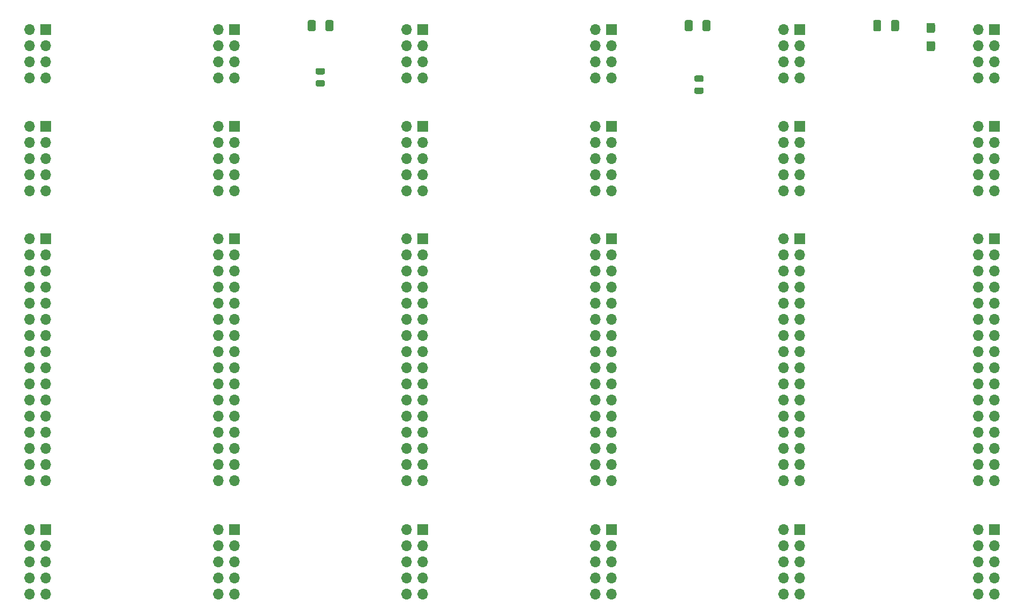
<source format=gbr>
%TF.GenerationSoftware,KiCad,Pcbnew,(5.1.12)-1*%
%TF.CreationDate,2022-02-09T20:28:49-06:00*%
%TF.ProjectId,gd blackplane proto pcb,67642062-6c61-4636-9b70-6c616e652070,rev?*%
%TF.SameCoordinates,Original*%
%TF.FileFunction,Soldermask,Top*%
%TF.FilePolarity,Negative*%
%FSLAX46Y46*%
G04 Gerber Fmt 4.6, Leading zero omitted, Abs format (unit mm)*
G04 Created by KiCad (PCBNEW (5.1.12)-1) date 2022-02-09 20:28:49*
%MOMM*%
%LPD*%
G01*
G04 APERTURE LIST*
%ADD10O,1.700000X1.700000*%
%ADD11R,1.700000X1.700000*%
G04 APERTURE END LIST*
D10*
%TO.C,J16*%
X139190000Y-98425000D03*
X141730000Y-98425000D03*
X139190000Y-95885000D03*
X141730000Y-95885000D03*
X139190000Y-93345000D03*
X141730000Y-93345000D03*
X139190000Y-90805000D03*
X141730000Y-90805000D03*
X139190000Y-88265000D03*
X141730000Y-88265000D03*
X139190000Y-85725000D03*
X141730000Y-85725000D03*
X139190000Y-83185000D03*
X141730000Y-83185000D03*
X139190000Y-80645000D03*
X141730000Y-80645000D03*
X139190000Y-78105000D03*
X141730000Y-78105000D03*
X139190000Y-75565000D03*
X141730000Y-75565000D03*
X139190000Y-73025000D03*
X141730000Y-73025000D03*
X139190000Y-70485000D03*
X141730000Y-70485000D03*
X139190000Y-67945000D03*
X141730000Y-67945000D03*
X139190000Y-65405000D03*
X141730000Y-65405000D03*
X139190000Y-62865000D03*
X141730000Y-62865000D03*
X139190000Y-60325000D03*
D11*
X141730000Y-60325000D03*
%TD*%
D10*
%TO.C,J11*%
X139190000Y-52788000D03*
X141730000Y-52788000D03*
X139190000Y-50248000D03*
X141730000Y-50248000D03*
X139190000Y-47708000D03*
X141730000Y-47708000D03*
X139190000Y-45168000D03*
X141730000Y-45168000D03*
X139190000Y-42628000D03*
D11*
X141730000Y-42628000D03*
%TD*%
D10*
%TO.C,J9*%
X139190000Y-116251000D03*
X141730000Y-116251000D03*
X139190000Y-113711000D03*
X141730000Y-113711000D03*
X139190000Y-111171000D03*
X141730000Y-111171000D03*
X139190000Y-108631000D03*
X141730000Y-108631000D03*
X139190000Y-106091000D03*
D11*
X141730000Y-106091000D03*
%TD*%
D10*
%TO.C,J5*%
X139190000Y-35006000D03*
X141730000Y-35006000D03*
X139190000Y-32466000D03*
X141730000Y-32466000D03*
X139190000Y-29926000D03*
X141730000Y-29926000D03*
X139190000Y-27386000D03*
D11*
X141730000Y-27386000D03*
%TD*%
D10*
%TO.C,J25*%
X198540000Y-52788000D03*
X201080000Y-52788000D03*
X198540000Y-50248000D03*
X201080000Y-50248000D03*
X198540000Y-47708000D03*
X201080000Y-47708000D03*
X198540000Y-45168000D03*
X201080000Y-45168000D03*
X198540000Y-42628000D03*
D11*
X201080000Y-42628000D03*
%TD*%
D10*
%TO.C,J24*%
X258826000Y-98425000D03*
X261366000Y-98425000D03*
X258826000Y-95885000D03*
X261366000Y-95885000D03*
X258826000Y-93345000D03*
X261366000Y-93345000D03*
X258826000Y-90805000D03*
X261366000Y-90805000D03*
X258826000Y-88265000D03*
X261366000Y-88265000D03*
X258826000Y-85725000D03*
X261366000Y-85725000D03*
X258826000Y-83185000D03*
X261366000Y-83185000D03*
X258826000Y-80645000D03*
X261366000Y-80645000D03*
X258826000Y-78105000D03*
X261366000Y-78105000D03*
X258826000Y-75565000D03*
X261366000Y-75565000D03*
X258826000Y-73025000D03*
X261366000Y-73025000D03*
X258826000Y-70485000D03*
X261366000Y-70485000D03*
X258826000Y-67945000D03*
X261366000Y-67945000D03*
X258826000Y-65405000D03*
X261366000Y-65405000D03*
X258826000Y-62865000D03*
X261366000Y-62865000D03*
X258826000Y-60325000D03*
D11*
X261366000Y-60325000D03*
%TD*%
D10*
%TO.C,J23*%
X228215000Y-116251000D03*
X230755000Y-116251000D03*
X228215000Y-113711000D03*
X230755000Y-113711000D03*
X228215000Y-111171000D03*
X230755000Y-111171000D03*
X228215000Y-108631000D03*
X230755000Y-108631000D03*
X228215000Y-106091000D03*
D11*
X230755000Y-106091000D03*
%TD*%
D10*
%TO.C,J22*%
X258830000Y-34980600D03*
X261370000Y-34980600D03*
X258830000Y-32440600D03*
X261370000Y-32440600D03*
X258830000Y-29900600D03*
X261370000Y-29900600D03*
X258830000Y-27360600D03*
D11*
X261370000Y-27360600D03*
%TD*%
D10*
%TO.C,J20*%
X168865000Y-52788000D03*
X171405000Y-52788000D03*
X168865000Y-50248000D03*
X171405000Y-50248000D03*
X168865000Y-47708000D03*
X171405000Y-47708000D03*
X168865000Y-45168000D03*
X171405000Y-45168000D03*
X168865000Y-42628000D03*
D11*
X171405000Y-42628000D03*
%TD*%
D10*
%TO.C,J19*%
X168865000Y-98425000D03*
X171405000Y-98425000D03*
X168865000Y-95885000D03*
X171405000Y-95885000D03*
X168865000Y-93345000D03*
X171405000Y-93345000D03*
X168865000Y-90805000D03*
X171405000Y-90805000D03*
X168865000Y-88265000D03*
X171405000Y-88265000D03*
X168865000Y-85725000D03*
X171405000Y-85725000D03*
X168865000Y-83185000D03*
X171405000Y-83185000D03*
X168865000Y-80645000D03*
X171405000Y-80645000D03*
X168865000Y-78105000D03*
X171405000Y-78105000D03*
X168865000Y-75565000D03*
X171405000Y-75565000D03*
X168865000Y-73025000D03*
X171405000Y-73025000D03*
X168865000Y-70485000D03*
X171405000Y-70485000D03*
X168865000Y-67945000D03*
X171405000Y-67945000D03*
X168865000Y-65405000D03*
X171405000Y-65405000D03*
X168865000Y-62865000D03*
X171405000Y-62865000D03*
X168865000Y-60325000D03*
D11*
X171405000Y-60325000D03*
%TD*%
D10*
%TO.C,J18*%
X258830000Y-116251000D03*
X261370000Y-116251000D03*
X258830000Y-113711000D03*
X261370000Y-113711000D03*
X258830000Y-111171000D03*
X261370000Y-111171000D03*
X258830000Y-108631000D03*
X261370000Y-108631000D03*
X258830000Y-106091000D03*
D11*
X261370000Y-106091000D03*
%TD*%
D10*
%TO.C,J17*%
X168865000Y-35006000D03*
X171405000Y-35006000D03*
X168865000Y-32466000D03*
X171405000Y-32466000D03*
X168865000Y-29926000D03*
X171405000Y-29926000D03*
X168865000Y-27386000D03*
D11*
X171405000Y-27386000D03*
%TD*%
D10*
%TO.C,J15*%
X258830000Y-52788000D03*
X261370000Y-52788000D03*
X258830000Y-50248000D03*
X261370000Y-50248000D03*
X258830000Y-47708000D03*
X261370000Y-47708000D03*
X258830000Y-45168000D03*
X261370000Y-45168000D03*
X258830000Y-42628000D03*
D11*
X261370000Y-42628000D03*
%TD*%
D10*
%TO.C,J14*%
X198540000Y-98425000D03*
X201080000Y-98425000D03*
X198540000Y-95885000D03*
X201080000Y-95885000D03*
X198540000Y-93345000D03*
X201080000Y-93345000D03*
X198540000Y-90805000D03*
X201080000Y-90805000D03*
X198540000Y-88265000D03*
X201080000Y-88265000D03*
X198540000Y-85725000D03*
X201080000Y-85725000D03*
X198540000Y-83185000D03*
X201080000Y-83185000D03*
X198540000Y-80645000D03*
X201080000Y-80645000D03*
X198540000Y-78105000D03*
X201080000Y-78105000D03*
X198540000Y-75565000D03*
X201080000Y-75565000D03*
X198540000Y-73025000D03*
X201080000Y-73025000D03*
X198540000Y-70485000D03*
X201080000Y-70485000D03*
X198540000Y-67945000D03*
X201080000Y-67945000D03*
X198540000Y-65405000D03*
X201080000Y-65405000D03*
X198540000Y-62865000D03*
X201080000Y-62865000D03*
X198540000Y-60325000D03*
D11*
X201080000Y-60325000D03*
%TD*%
D10*
%TO.C,J13*%
X168865000Y-116251000D03*
X171405000Y-116251000D03*
X168865000Y-113711000D03*
X171405000Y-113711000D03*
X168865000Y-111171000D03*
X171405000Y-111171000D03*
X168865000Y-108631000D03*
X171405000Y-108631000D03*
X168865000Y-106091000D03*
D11*
X171405000Y-106091000D03*
%TD*%
D10*
%TO.C,J12*%
X198540000Y-35006000D03*
X201080000Y-35006000D03*
X198540000Y-32466000D03*
X201080000Y-32466000D03*
X198540000Y-29926000D03*
X201080000Y-29926000D03*
X198540000Y-27386000D03*
D11*
X201080000Y-27386000D03*
%TD*%
D10*
%TO.C,J10*%
X228215000Y-52788000D03*
X230755000Y-52788000D03*
X228215000Y-50248000D03*
X230755000Y-50248000D03*
X228215000Y-47708000D03*
X230755000Y-47708000D03*
X228215000Y-45168000D03*
X230755000Y-45168000D03*
X228215000Y-42628000D03*
D11*
X230755000Y-42628000D03*
%TD*%
D10*
%TO.C,J8*%
X228215000Y-98425000D03*
X230755000Y-98425000D03*
X228215000Y-95885000D03*
X230755000Y-95885000D03*
X228215000Y-93345000D03*
X230755000Y-93345000D03*
X228215000Y-90805000D03*
X230755000Y-90805000D03*
X228215000Y-88265000D03*
X230755000Y-88265000D03*
X228215000Y-85725000D03*
X230755000Y-85725000D03*
X228215000Y-83185000D03*
X230755000Y-83185000D03*
X228215000Y-80645000D03*
X230755000Y-80645000D03*
X228215000Y-78105000D03*
X230755000Y-78105000D03*
X228215000Y-75565000D03*
X230755000Y-75565000D03*
X228215000Y-73025000D03*
X230755000Y-73025000D03*
X228215000Y-70485000D03*
X230755000Y-70485000D03*
X228215000Y-67945000D03*
X230755000Y-67945000D03*
X228215000Y-65405000D03*
X230755000Y-65405000D03*
X228215000Y-62865000D03*
X230755000Y-62865000D03*
X228215000Y-60325000D03*
D11*
X230755000Y-60325000D03*
%TD*%
D10*
%TO.C,J7*%
X198540000Y-116251000D03*
X201080000Y-116251000D03*
X198540000Y-113711000D03*
X201080000Y-113711000D03*
X198540000Y-111171000D03*
X201080000Y-111171000D03*
X198540000Y-108631000D03*
X201080000Y-108631000D03*
X198540000Y-106091000D03*
D11*
X201080000Y-106091000D03*
%TD*%
D10*
%TO.C,J6*%
X228215000Y-35006000D03*
X230755000Y-35006000D03*
X228215000Y-32466000D03*
X230755000Y-32466000D03*
X228215000Y-29926000D03*
X230755000Y-29926000D03*
X228215000Y-27386000D03*
D11*
X230755000Y-27386000D03*
%TD*%
D10*
%TO.C,J4*%
X109515000Y-52788000D03*
X112055000Y-52788000D03*
X109515000Y-50248000D03*
X112055000Y-50248000D03*
X109515000Y-47708000D03*
X112055000Y-47708000D03*
X109515000Y-45168000D03*
X112055000Y-45168000D03*
X109515000Y-42628000D03*
D11*
X112055000Y-42628000D03*
%TD*%
D10*
%TO.C,J3*%
X109515000Y-98425000D03*
X112055000Y-98425000D03*
X109515000Y-95885000D03*
X112055000Y-95885000D03*
X109515000Y-93345000D03*
X112055000Y-93345000D03*
X109515000Y-90805000D03*
X112055000Y-90805000D03*
X109515000Y-88265000D03*
X112055000Y-88265000D03*
X109515000Y-85725000D03*
X112055000Y-85725000D03*
X109515000Y-83185000D03*
X112055000Y-83185000D03*
X109515000Y-80645000D03*
X112055000Y-80645000D03*
X109515000Y-78105000D03*
X112055000Y-78105000D03*
X109515000Y-75565000D03*
X112055000Y-75565000D03*
X109515000Y-73025000D03*
X112055000Y-73025000D03*
X109515000Y-70485000D03*
X112055000Y-70485000D03*
X109515000Y-67945000D03*
X112055000Y-67945000D03*
X109515000Y-65405000D03*
X112055000Y-65405000D03*
X109515000Y-62865000D03*
X112055000Y-62865000D03*
X109515000Y-60325000D03*
D11*
X112055000Y-60325000D03*
%TD*%
D10*
%TO.C,J2*%
X109515000Y-116251000D03*
X112055000Y-116251000D03*
X109515000Y-113711000D03*
X112055000Y-113711000D03*
X109515000Y-111171000D03*
X112055000Y-111171000D03*
X109515000Y-108631000D03*
X112055000Y-108631000D03*
X109515000Y-106091000D03*
D11*
X112055000Y-106091000D03*
%TD*%
D10*
%TO.C,J1*%
X109515000Y-35006000D03*
X112055000Y-35006000D03*
X109515000Y-32466000D03*
X112055000Y-32466000D03*
X109515000Y-29926000D03*
X112055000Y-29926000D03*
X109515000Y-27386000D03*
D11*
X112055000Y-27386000D03*
%TD*%
%TO.C,D2*%
G36*
G01*
X245098000Y-27381000D02*
X245098000Y-26131000D01*
G75*
G02*
X245348000Y-25881000I250000J0D01*
G01*
X246098000Y-25881000D01*
G75*
G02*
X246348000Y-26131000I0J-250000D01*
G01*
X246348000Y-27381000D01*
G75*
G02*
X246098000Y-27631000I-250000J0D01*
G01*
X245348000Y-27631000D01*
G75*
G02*
X245098000Y-27381000I0J250000D01*
G01*
G37*
G36*
G01*
X242298000Y-27381000D02*
X242298000Y-26131000D01*
G75*
G02*
X242548000Y-25881000I250000J0D01*
G01*
X243298000Y-25881000D01*
G75*
G02*
X243548000Y-26131000I0J-250000D01*
G01*
X243548000Y-27381000D01*
G75*
G02*
X243298000Y-27631000I-250000J0D01*
G01*
X242548000Y-27631000D01*
G75*
G02*
X242298000Y-27381000I0J250000D01*
G01*
G37*
%TD*%
%TO.C,D1*%
G36*
G01*
X156072000Y-27381000D02*
X156072000Y-26131000D01*
G75*
G02*
X156322000Y-25881000I250000J0D01*
G01*
X157072000Y-25881000D01*
G75*
G02*
X157322000Y-26131000I0J-250000D01*
G01*
X157322000Y-27381000D01*
G75*
G02*
X157072000Y-27631000I-250000J0D01*
G01*
X156322000Y-27631000D01*
G75*
G02*
X156072000Y-27381000I0J250000D01*
G01*
G37*
G36*
G01*
X153272000Y-27381000D02*
X153272000Y-26131000D01*
G75*
G02*
X153522000Y-25881000I250000J0D01*
G01*
X154272000Y-25881000D01*
G75*
G02*
X154522000Y-26131000I0J-250000D01*
G01*
X154522000Y-27381000D01*
G75*
G02*
X154272000Y-27631000I-250000J0D01*
G01*
X153522000Y-27631000D01*
G75*
G02*
X153272000Y-27381000I0J250000D01*
G01*
G37*
%TD*%
%TO.C,D3*%
G36*
G01*
X215423000Y-27381000D02*
X215423000Y-26131000D01*
G75*
G02*
X215673000Y-25881000I250000J0D01*
G01*
X216423000Y-25881000D01*
G75*
G02*
X216673000Y-26131000I0J-250000D01*
G01*
X216673000Y-27381000D01*
G75*
G02*
X216423000Y-27631000I-250000J0D01*
G01*
X215673000Y-27631000D01*
G75*
G02*
X215423000Y-27381000I0J250000D01*
G01*
G37*
G36*
G01*
X212623000Y-27381000D02*
X212623000Y-26131000D01*
G75*
G02*
X212873000Y-25881000I250000J0D01*
G01*
X213623000Y-25881000D01*
G75*
G02*
X213873000Y-26131000I0J-250000D01*
G01*
X213873000Y-27381000D01*
G75*
G02*
X213623000Y-27631000I-250000J0D01*
G01*
X212873000Y-27631000D01*
G75*
G02*
X212623000Y-27381000I0J250000D01*
G01*
G37*
%TD*%
%TO.C,C7*%
G36*
G01*
X251771001Y-27899600D02*
X250920999Y-27899600D01*
G75*
G02*
X250671000Y-27649601I0J249999D01*
G01*
X250671000Y-26574599D01*
G75*
G02*
X250920999Y-26324600I249999J0D01*
G01*
X251771001Y-26324600D01*
G75*
G02*
X252021000Y-26574599I0J-249999D01*
G01*
X252021000Y-27649601D01*
G75*
G02*
X251771001Y-27899600I-249999J0D01*
G01*
G37*
G36*
G01*
X251771001Y-30774600D02*
X250920999Y-30774600D01*
G75*
G02*
X250671000Y-30524601I0J249999D01*
G01*
X250671000Y-29449599D01*
G75*
G02*
X250920999Y-29199600I249999J0D01*
G01*
X251771001Y-29199600D01*
G75*
G02*
X252021000Y-29449599I0J-249999D01*
G01*
X252021000Y-30524601D01*
G75*
G02*
X251771001Y-30774600I-249999J0D01*
G01*
G37*
%TD*%
%TO.C,C6*%
G36*
G01*
X214384000Y-36492600D02*
X215334000Y-36492600D01*
G75*
G02*
X215584000Y-36742600I0J-250000D01*
G01*
X215584000Y-37242600D01*
G75*
G02*
X215334000Y-37492600I-250000J0D01*
G01*
X214384000Y-37492600D01*
G75*
G02*
X214134000Y-37242600I0J250000D01*
G01*
X214134000Y-36742600D01*
G75*
G02*
X214384000Y-36492600I250000J0D01*
G01*
G37*
G36*
G01*
X214384000Y-34592600D02*
X215334000Y-34592600D01*
G75*
G02*
X215584000Y-34842600I0J-250000D01*
G01*
X215584000Y-35342600D01*
G75*
G02*
X215334000Y-35592600I-250000J0D01*
G01*
X214384000Y-35592600D01*
G75*
G02*
X214134000Y-35342600I0J250000D01*
G01*
X214134000Y-34842600D01*
G75*
G02*
X214384000Y-34592600I250000J0D01*
G01*
G37*
%TD*%
%TO.C,C5*%
G36*
G01*
X154769800Y-35349600D02*
X155719800Y-35349600D01*
G75*
G02*
X155969800Y-35599600I0J-250000D01*
G01*
X155969800Y-36099600D01*
G75*
G02*
X155719800Y-36349600I-250000J0D01*
G01*
X154769800Y-36349600D01*
G75*
G02*
X154519800Y-36099600I0J250000D01*
G01*
X154519800Y-35599600D01*
G75*
G02*
X154769800Y-35349600I250000J0D01*
G01*
G37*
G36*
G01*
X154769800Y-33449600D02*
X155719800Y-33449600D01*
G75*
G02*
X155969800Y-33699600I0J-250000D01*
G01*
X155969800Y-34199600D01*
G75*
G02*
X155719800Y-34449600I-250000J0D01*
G01*
X154769800Y-34449600D01*
G75*
G02*
X154519800Y-34199600I0J250000D01*
G01*
X154519800Y-33699600D01*
G75*
G02*
X154769800Y-33449600I250000J0D01*
G01*
G37*
%TD*%
M02*

</source>
